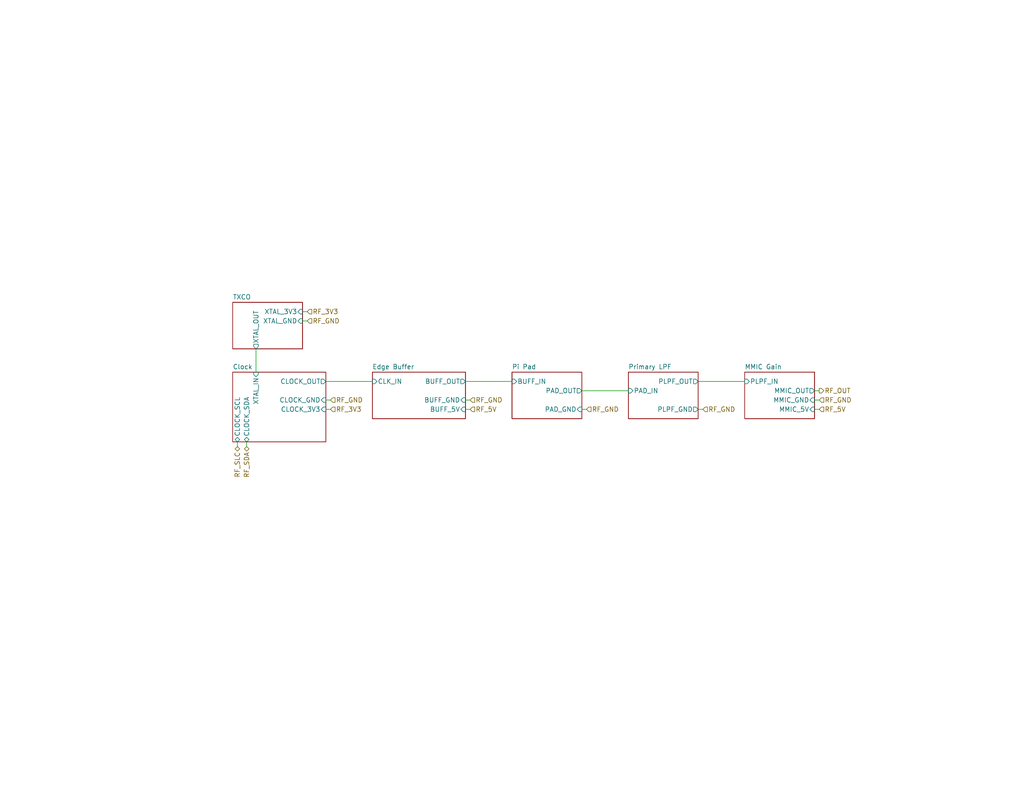
<source format=kicad_sch>
(kicad_sch
	(version 20250114)
	(generator "eeschema")
	(generator_version "9.0")
	(uuid "ac78b79f-d9c0-46e3-b029-91bb1924b198")
	(paper "A")
	(title_block
		(title "WSPR Si5351 RF Chain")
		(date "2026-02-09")
		(rev "0")
		(company "Lee C. Bussy [AA0NT]")
	)
	(lib_symbols)
	(wire
		(pts
			(xy 88.9 104.14) (xy 101.6 104.14)
		)
		(stroke
			(width 0)
			(type default)
		)
		(uuid "27171c3f-5a7f-4d71-a89e-936d594a253f")
	)
	(wire
		(pts
			(xy 222.25 111.76) (xy 223.52 111.76)
		)
		(stroke
			(width 0)
			(type default)
		)
		(uuid "31f1a5a6-4f72-4395-aae8-d32c8e2a3e92")
	)
	(wire
		(pts
			(xy 127 104.14) (xy 139.7 104.14)
		)
		(stroke
			(width 0)
			(type default)
		)
		(uuid "3732e2c9-4b4f-4451-8176-60359f72f673")
	)
	(wire
		(pts
			(xy 67.31 121.92) (xy 67.31 120.65)
		)
		(stroke
			(width 0)
			(type default)
		)
		(uuid "4f0750e4-768e-4900-8866-eeffe4e53041")
	)
	(wire
		(pts
			(xy 82.55 87.63) (xy 83.82 87.63)
		)
		(stroke
			(width 0)
			(type default)
		)
		(uuid "5fbaad0e-9b39-43f0-a549-d349fae1e52e")
	)
	(wire
		(pts
			(xy 223.52 106.68) (xy 222.25 106.68)
		)
		(stroke
			(width 0)
			(type default)
		)
		(uuid "812cbd6f-29fc-4cb5-97d5-cc5f4d221b4b")
	)
	(wire
		(pts
			(xy 64.77 121.92) (xy 64.77 120.65)
		)
		(stroke
			(width 0)
			(type default)
		)
		(uuid "85bb5221-c378-4061-8d19-dbaca2969589")
	)
	(wire
		(pts
			(xy 158.75 111.76) (xy 160.02 111.76)
		)
		(stroke
			(width 0)
			(type default)
		)
		(uuid "873856d9-2fe1-41b6-b7da-af8a37be3f47")
	)
	(wire
		(pts
			(xy 88.9 111.76) (xy 90.17 111.76)
		)
		(stroke
			(width 0)
			(type default)
		)
		(uuid "8b0bcb07-5ad7-4d79-a987-45c7c361a17a")
	)
	(wire
		(pts
			(xy 158.75 106.68) (xy 171.45 106.68)
		)
		(stroke
			(width 0)
			(type default)
		)
		(uuid "98f50875-28f9-4654-bb61-6da76930397a")
	)
	(wire
		(pts
			(xy 69.85 101.6) (xy 69.85 95.25)
		)
		(stroke
			(width 0)
			(type default)
		)
		(uuid "a12cb19c-5525-4184-b68e-6a067d1dd455")
	)
	(wire
		(pts
			(xy 127 111.76) (xy 128.27 111.76)
		)
		(stroke
			(width 0)
			(type default)
		)
		(uuid "c415506b-7508-462c-a9fa-18ff5ee03827")
	)
	(wire
		(pts
			(xy 127 109.22) (xy 128.27 109.22)
		)
		(stroke
			(width 0)
			(type default)
		)
		(uuid "c6394e2e-59d4-43f2-b90f-9e4ffe6ae630")
	)
	(wire
		(pts
			(xy 82.55 85.09) (xy 83.82 85.09)
		)
		(stroke
			(width 0)
			(type default)
		)
		(uuid "d874fa41-750e-4afb-8aec-1fe1f2892f2a")
	)
	(wire
		(pts
			(xy 190.5 111.76) (xy 191.77 111.76)
		)
		(stroke
			(width 0)
			(type default)
		)
		(uuid "dbce6245-e652-4d63-8ac3-2641deb0830b")
	)
	(wire
		(pts
			(xy 88.9 109.22) (xy 90.17 109.22)
		)
		(stroke
			(width 0)
			(type default)
		)
		(uuid "e18e9283-0fe9-4e07-8724-8f170d19e457")
	)
	(wire
		(pts
			(xy 190.5 104.14) (xy 203.2 104.14)
		)
		(stroke
			(width 0)
			(type default)
		)
		(uuid "e192bb90-25c0-4842-b6af-9dee89d2df21")
	)
	(wire
		(pts
			(xy 222.25 109.22) (xy 223.52 109.22)
		)
		(stroke
			(width 0)
			(type default)
		)
		(uuid "ebd4b7f7-4e9f-486d-be22-e9808bced1fe")
	)
	(hierarchical_label "RF_SLC"
		(shape bidirectional)
		(at 64.77 121.92 270)
		(effects
			(font
				(size 1.27 1.27)
			)
			(justify right)
		)
		(uuid "1b603ff0-b8fb-45ce-ac0f-e043e961197b")
	)
	(hierarchical_label "RF_OUT"
		(shape output)
		(at 223.52 106.68 0)
		(effects
			(font
				(size 1.27 1.27)
			)
			(justify left)
		)
		(uuid "25508194-0636-4951-ae53-8107cd49301c")
	)
	(hierarchical_label "RF_3V3"
		(shape input)
		(at 90.17 111.76 0)
		(effects
			(font
				(size 1.27 1.27)
			)
			(justify left)
		)
		(uuid "2a447d55-8556-4493-b68d-19f41a084531")
	)
	(hierarchical_label "RF_GND"
		(shape input)
		(at 83.82 87.63 0)
		(effects
			(font
				(size 1.27 1.27)
			)
			(justify left)
		)
		(uuid "3d4b1f77-62a1-4080-9d2a-8f366a7be32d")
	)
	(hierarchical_label "RF_GND"
		(shape input)
		(at 160.02 111.76 0)
		(effects
			(font
				(size 1.27 1.27)
			)
			(justify left)
		)
		(uuid "5f472d4f-24d6-4110-b2a8-0a5aba803d53")
	)
	(hierarchical_label "RF_GND"
		(shape input)
		(at 191.77 111.76 0)
		(effects
			(font
				(size 1.27 1.27)
			)
			(justify left)
		)
		(uuid "8fe9cc72-2c79-4549-8723-78ff97b12e66")
	)
	(hierarchical_label "RF_GND"
		(shape input)
		(at 128.27 109.22 0)
		(effects
			(font
				(size 1.27 1.27)
			)
			(justify left)
		)
		(uuid "963bfccc-bef1-4958-a7a2-cbcbdfc3d7e0")
	)
	(hierarchical_label "RF_5V"
		(shape input)
		(at 128.27 111.76 0)
		(effects
			(font
				(size 1.27 1.27)
			)
			(justify left)
		)
		(uuid "a0a79caa-2a65-4ace-8bff-edadb5b5a45b")
	)
	(hierarchical_label "RF_SDA"
		(shape bidirectional)
		(at 67.31 121.92 270)
		(effects
			(font
				(size 1.27 1.27)
			)
			(justify right)
		)
		(uuid "a9316518-3dec-43d9-99ff-33da78b166bb")
	)
	(hierarchical_label "RF_5V"
		(shape input)
		(at 223.52 111.76 0)
		(effects
			(font
				(size 1.27 1.27)
			)
			(justify left)
		)
		(uuid "af04a0f5-277c-4584-938c-63fe9c87cb49")
	)
	(hierarchical_label "RF_GND"
		(shape input)
		(at 90.17 109.22 0)
		(effects
			(font
				(size 1.27 1.27)
			)
			(justify left)
		)
		(uuid "b0d682dd-95c2-4c00-8e21-6b93b3b9f1fb")
	)
	(hierarchical_label "RF_3V3"
		(shape input)
		(at 83.82 85.09 0)
		(effects
			(font
				(size 1.27 1.27)
			)
			(justify left)
		)
		(uuid "b3995d10-b009-43c1-97d8-ffb608ef04d7")
	)
	(hierarchical_label "RF_GND"
		(shape input)
		(at 223.52 109.22 0)
		(effects
			(font
				(size 1.27 1.27)
			)
			(justify left)
		)
		(uuid "b5e1c08e-216a-41fe-8dfb-f7d59ca4e4c1")
	)
	(sheet
		(at 63.5 101.6)
		(size 25.4 19.05)
		(exclude_from_sim no)
		(in_bom yes)
		(on_board yes)
		(dnp no)
		(fields_autoplaced yes)
		(stroke
			(width 0.1524)
			(type solid)
		)
		(fill
			(color 0 0 0 0.0000)
		)
		(uuid "24e78a99-bad3-4a7d-9156-152997ea8218")
		(property "Sheetname" "Clock"
			(at 63.5 100.8884 0)
			(effects
				(font
					(size 1.27 1.27)
				)
				(justify left bottom)
			)
		)
		(property "Sheetfile" "../../WSPR Si5153 RF Chain/Components/Si5351 Clock Generator Circuit/KiCad Design/Si5351 Clock Generator Circuit.kicad_sch"
			(at 63.5 121.2346 0)
			(effects
				(font
					(size 1.27 1.27)
				)
				(justify left top)
				(hide yes)
			)
		)
		(pin "CLOCK_OUT" output
			(at 88.9 104.14 0)
			(uuid "5b5aace4-d0dd-4710-bdf4-c31e7eaa37f7")
			(effects
				(font
					(size 1.27 1.27)
				)
				(justify right)
			)
		)
		(pin "XTAL_IN" input
			(at 69.85 101.6 90)
			(uuid "34a95a65-675d-4c25-b9e2-0aca8c2f71a5")
			(effects
				(font
					(size 1.27 1.27)
				)
				(justify right)
			)
		)
		(pin "CLOCK_SDA" bidirectional
			(at 67.31 120.65 270)
			(uuid "5f85e924-7866-41c2-a874-5a486602b64a")
			(effects
				(font
					(size 1.27 1.27)
				)
				(justify left)
			)
		)
		(pin "CLOCK_GND" input
			(at 88.9 109.22 0)
			(uuid "7cbd9360-5e7d-4a7d-b90b-cebe1ccc1cf2")
			(effects
				(font
					(size 1.27 1.27)
				)
				(justify right)
			)
		)
		(pin "CLOCK_SCL" bidirectional
			(at 64.77 120.65 270)
			(uuid "626c7fc8-5338-4006-b494-8f148f5bb5b3")
			(effects
				(font
					(size 1.27 1.27)
				)
				(justify left)
			)
		)
		(pin "CLOCK_3V3" input
			(at 88.9 111.76 0)
			(uuid "dbddd827-dcba-4eb7-8813-1acdde48f482")
			(effects
				(font
					(size 1.27 1.27)
				)
				(justify right)
			)
		)
		(instances
			(project "WSPR Si5351 RF Chain"
				(path "/ac78b79f-d9c0-46e3-b029-91bb1924b198"
					(page "3")
				)
			)
			(project ""
				(path "/262a9111-a0c2-4bdb-b21f-e33adb0241de"
					(page "#")
				)
			)
			(project "Wsprry_Pi_uHAT"
				(path "/e63e39d7-6ac0-4ffd-8aa3-1841a4541b55/262a9111-a0c2-4bdb-b21f-e33adb0241de"
					(page "5")
				)
			)
		)
	)
	(sheet
		(at 101.6 101.6)
		(size 25.4 12.7)
		(exclude_from_sim no)
		(in_bom yes)
		(on_board yes)
		(dnp no)
		(fields_autoplaced yes)
		(stroke
			(width 0.1524)
			(type solid)
		)
		(fill
			(color 0 0 0 0.0000)
		)
		(uuid "29d1794b-5432-47ad-83ab-493e5f88d054")
		(property "Sheetname" "Edge Buffer"
			(at 101.6 100.8884 0)
			(effects
				(font
					(size 1.27 1.27)
				)
				(justify left bottom)
			)
		)
		(property "Sheetfile" "../../WSPR Si5153 RF Chain/Components/RF Conditioning Buffer/KiCad Design/RF Conditioning Buffer.kicad_sch"
			(at 101.6 114.8846 0)
			(effects
				(font
					(size 1.27 1.27)
				)
				(justify left top)
				(hide yes)
			)
		)
		(pin "CLK_IN" input
			(at 101.6 104.14 180)
			(uuid "7217e0b3-6543-47cb-9194-d75aa2b63468")
			(effects
				(font
					(size 1.27 1.27)
				)
				(justify left)
			)
		)
		(pin "BUFF_5V" input
			(at 127 111.76 0)
			(uuid "f33b7137-14ac-418e-8dc4-f23fe1dda77d")
			(effects
				(font
					(size 1.27 1.27)
				)
				(justify right)
			)
		)
		(pin "BUFF_OUT" output
			(at 127 104.14 0)
			(uuid "da3d49b5-8efa-45b3-9d5a-1e84e3a17773")
			(effects
				(font
					(size 1.27 1.27)
				)
				(justify right)
			)
		)
		(pin "BUFF_GND" input
			(at 127 109.22 0)
			(uuid "f7430bee-9cc0-4e2e-8560-e551839c651f")
			(effects
				(font
					(size 1.27 1.27)
				)
				(justify right)
			)
		)
		(instances
			(project "Wsprry_Pi_uHAT"
				(path "/e63e39d7-6ac0-4ffd-8aa3-1841a4541b55/262a9111-a0c2-4bdb-b21f-e33adb0241de"
					(page "6")
				)
			)
		)
	)
	(sheet
		(at 203.2 101.6)
		(size 19.05 12.7)
		(exclude_from_sim no)
		(in_bom yes)
		(on_board yes)
		(dnp no)
		(fields_autoplaced yes)
		(stroke
			(width 0.1524)
			(type solid)
		)
		(fill
			(color 0 0 0 0.0000)
		)
		(uuid "34d137a9-e0e7-4525-8337-47b7217f2a7c")
		(property "Sheetname" "MMIC Gain"
			(at 203.2 100.8884 0)
			(effects
				(font
					(size 1.27 1.27)
				)
				(justify left bottom)
			)
		)
		(property "Sheetfile" "../../WSPR Si5153 RF Chain/Components/Broadband MMIC Gain Block/KiCad Design/Broadband_MMIC_Gain_Block.kicad_sch"
			(at 203.2 114.8846 0)
			(effects
				(font
					(size 1.27 1.27)
				)
				(justify left top)
				(hide yes)
			)
		)
		(pin "MMIC_GND" input
			(at 222.25 109.22 0)
			(uuid "05e447f9-b315-42e0-8e5b-38bf385ccae9")
			(effects
				(font
					(size 1.27 1.27)
				)
				(justify right)
			)
		)
		(pin "MMIC_5V" input
			(at 222.25 111.76 0)
			(uuid "0da313c5-28e9-4e8f-8d66-9fa378fa4e9a")
			(effects
				(font
					(size 1.27 1.27)
				)
				(justify right)
			)
		)
		(pin "PLPF_IN" input
			(at 203.2 104.14 180)
			(uuid "8cfd4a13-97a6-44d6-b6c1-a0fc49c0f35f")
			(effects
				(font
					(size 1.27 1.27)
				)
				(justify left)
			)
		)
		(pin "MMIC_OUT" output
			(at 222.25 106.68 0)
			(uuid "7ec9d572-8bfe-4635-ace6-59c78d6ed446")
			(effects
				(font
					(size 1.27 1.27)
				)
				(justify right)
			)
		)
		(instances
			(project "Wsprry_Pi_uHAT"
				(path "/e63e39d7-6ac0-4ffd-8aa3-1841a4541b55/262a9111-a0c2-4bdb-b21f-e33adb0241de"
					(page "7")
				)
			)
		)
	)
	(sheet
		(at 63.5 82.55)
		(size 19.05 12.7)
		(exclude_from_sim no)
		(in_bom yes)
		(on_board yes)
		(dnp no)
		(fields_autoplaced yes)
		(stroke
			(width 0.1524)
			(type solid)
		)
		(fill
			(color 0 0 0 0.0000)
		)
		(uuid "42ba523c-9f36-4add-9ea4-d17afe81c991")
		(property "Sheetname" "TXCO"
			(at 63.5 81.8384 0)
			(effects
				(font
					(size 1.27 1.27)
				)
				(justify left bottom)
			)
		)
		(property "Sheetfile" "../../WSPR Si5153 RF Chain/Components/27 MHz TCXO Block/KiCad Design/27 MHz TCXO Block.kicad_sch"
			(at 63.5 95.8346 0)
			(effects
				(font
					(size 1.27 1.27)
				)
				(justify left top)
				(hide yes)
			)
		)
		(pin "XTAL_3V3" input
			(at 82.55 85.09 0)
			(uuid "a0e6b662-23f5-49ca-adfb-0eb0794985e4")
			(effects
				(font
					(size 1.27 1.27)
				)
				(justify right)
			)
		)
		(pin "XTAL_GND" input
			(at 82.55 87.63 0)
			(uuid "43e2a262-a852-4170-933f-bc75e38c5555")
			(effects
				(font
					(size 1.27 1.27)
				)
				(justify right)
			)
		)
		(pin "XTAL_OUT" output
			(at 69.85 95.25 270)
			(uuid "91154224-39e3-4b9d-998f-367b96315692")
			(effects
				(font
					(size 1.27 1.27)
				)
				(justify left)
			)
		)
		(instances
			(project "WSPR Si5351 RF Chain"
				(path "/ac78b79f-d9c0-46e3-b029-91bb1924b198"
					(page "2")
				)
			)
			(project ""
				(path "/262a9111-a0c2-4bdb-b21f-e33adb0241de"
					(page "#")
				)
			)
			(project "Wsprry_Pi_uHAT"
				(path "/e63e39d7-6ac0-4ffd-8aa3-1841a4541b55/262a9111-a0c2-4bdb-b21f-e33adb0241de"
					(page "4")
				)
			)
		)
	)
	(sheet
		(at 139.7 101.6)
		(size 19.05 12.7)
		(exclude_from_sim no)
		(in_bom yes)
		(on_board yes)
		(dnp no)
		(fields_autoplaced yes)
		(stroke
			(width 0.1524)
			(type solid)
		)
		(fill
			(color 0 0 0 0.0000)
		)
		(uuid "4bdba0cb-f795-401c-82e8-8b243383d166")
		(property "Sheetname" "Pi Pad"
			(at 139.7 100.8884 0)
			(effects
				(font
					(size 1.27 1.27)
				)
				(justify left bottom)
			)
		)
		(property "Sheetfile" "../../WSPR Si5153 RF Chain/Components/6dB Pi Pad/KiCad Design/6dB Pad.kicad_sch"
			(at 139.7 114.8846 0)
			(effects
				(font
					(size 1.27 1.27)
				)
				(justify left top)
				(hide yes)
			)
		)
		(pin "PAD_OUT" output
			(at 158.75 106.68 0)
			(uuid "748b26a3-654e-4456-9609-a67ffd6bc1d4")
			(effects
				(font
					(size 1.27 1.27)
				)
				(justify right)
			)
		)
		(pin "BUFF_IN" input
			(at 139.7 104.14 180)
			(uuid "ce1758d0-5f69-4f78-87d5-8e0272f6f0cf")
			(effects
				(font
					(size 1.27 1.27)
				)
				(justify left)
			)
		)
		(pin "PAD_GND" input
			(at 158.75 111.76 0)
			(uuid "fd87c4f8-0e9d-4302-ab10-0415db8ace02")
			(effects
				(font
					(size 1.27 1.27)
				)
				(justify right)
			)
		)
		(instances
			(project "Wsprry_Pi_uHAT"
				(path "/e63e39d7-6ac0-4ffd-8aa3-1841a4541b55/262a9111-a0c2-4bdb-b21f-e33adb0241de"
					(page "8")
				)
			)
		)
	)
	(sheet
		(at 171.45 101.6)
		(size 19.05 12.7)
		(exclude_from_sim no)
		(in_bom yes)
		(on_board yes)
		(dnp no)
		(fields_autoplaced yes)
		(stroke
			(width 0.1524)
			(type solid)
		)
		(fill
			(color 0 0 0 0.0000)
		)
		(uuid "f38f140e-c11e-4e18-a4ba-4765c20e3250")
		(property "Sheetname" "Primary LPF"
			(at 171.45 100.8884 0)
			(effects
				(font
					(size 1.27 1.27)
				)
				(justify left bottom)
			)
		)
		(property "Sheetfile" "../../WSPR Si5153 RF Chain/Components/Primary LPF Block/KiCad Design/Primary_LPF.kicad_sch"
			(at 171.45 114.8846 0)
			(effects
				(font
					(size 1.27 1.27)
				)
				(justify left top)
				(hide yes)
			)
		)
		(pin "PAD_IN" input
			(at 171.45 106.68 180)
			(uuid "8ab10794-f900-4ea2-a881-22797f7d2b97")
			(effects
				(font
					(size 1.27 1.27)
				)
				(justify left)
			)
		)
		(pin "PLPF_OUT" output
			(at 190.5 104.14 0)
			(uuid "26db5417-6210-4ff8-b0c3-e8d07e4040cf")
			(effects
				(font
					(size 1.27 1.27)
				)
				(justify right)
			)
		)
		(pin "PLPF_GND" output
			(at 190.5 111.76 0)
			(uuid "f13be06c-d5b8-4e6d-a6bb-f4d0363afe53")
			(effects
				(font
					(size 1.27 1.27)
				)
				(justify right)
			)
		)
		(instances
			(project "Wsprry_Pi_uHAT"
				(path "/e63e39d7-6ac0-4ffd-8aa3-1841a4541b55/262a9111-a0c2-4bdb-b21f-e33adb0241de"
					(page "9")
				)
			)
		)
	)
)

</source>
